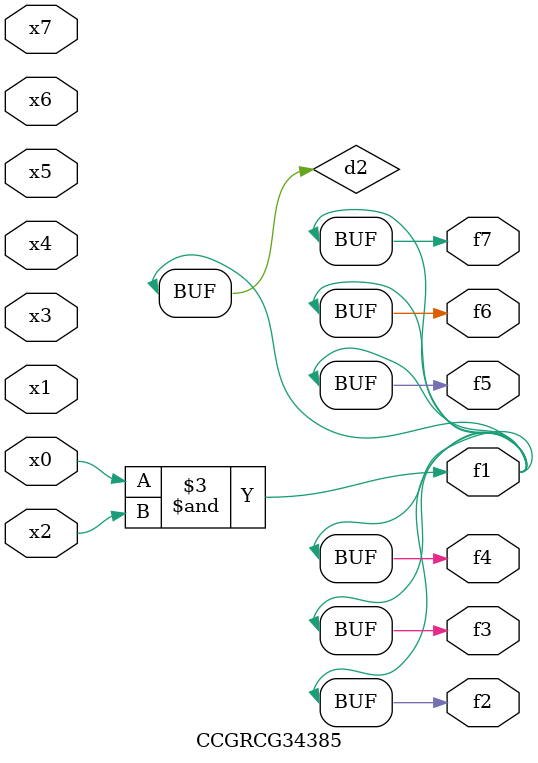
<source format=v>
module CCGRCG34385(
	input x0, x1, x2, x3, x4, x5, x6, x7,
	output f1, f2, f3, f4, f5, f6, f7
);

	wire d1, d2;

	nor (d1, x3, x6);
	and (d2, x0, x2);
	assign f1 = d2;
	assign f2 = d2;
	assign f3 = d2;
	assign f4 = d2;
	assign f5 = d2;
	assign f6 = d2;
	assign f7 = d2;
endmodule

</source>
